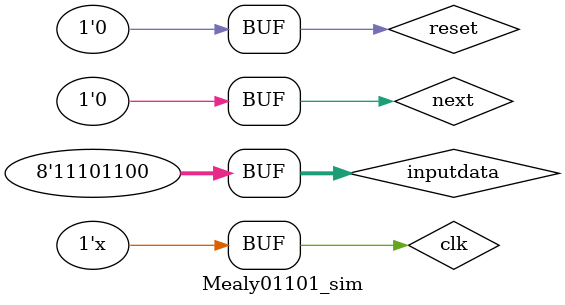
<source format=v>
`timescale 1ns / 1ps


module Mealy01101_sim(
    );
    reg clk,reset;
    reg [7:0] inputdata;
    reg next;
    wire outputSignal;
    Mealy01101 u(reset,clk,inputdata,next,outputSignal);
    initial begin
    next = 0;
    clk = 0;
    inputdata[7:0] = 8'b11101100;
    reset = 0;
//    #5 rst = 0;
//    #3 start = 0;
    #100 reset = 0;
    #50  reset = 1;
    #50  reset = 0;
    #50  reset = 1;
    #100 next = 1;
    #100 reset = 1;
    #100 reset = 0;
    #100 next = 1;
    #100 next = 0;
   
    end
    always #5 clk = ~clk;
endmodule

</source>
